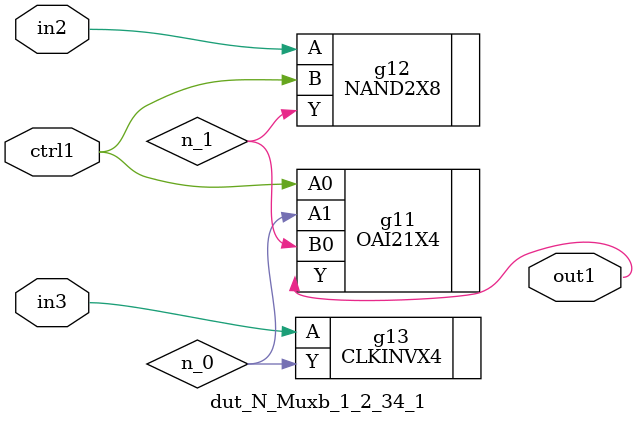
<source format=v>
`timescale 1ps / 1ps


module dut_N_Muxb_1_2_34_1(in3, in2, ctrl1, out1);
  input in3, in2, ctrl1;
  output out1;
  wire in3, in2, ctrl1;
  wire out1;
  wire n_0, n_1;
  OAI21X4 g11(.A0 (ctrl1), .A1 (n_0), .B0 (n_1), .Y (out1));
  NAND2X8 g12(.A (in2), .B (ctrl1), .Y (n_1));
  CLKINVX4 g13(.A (in3), .Y (n_0));
endmodule



</source>
